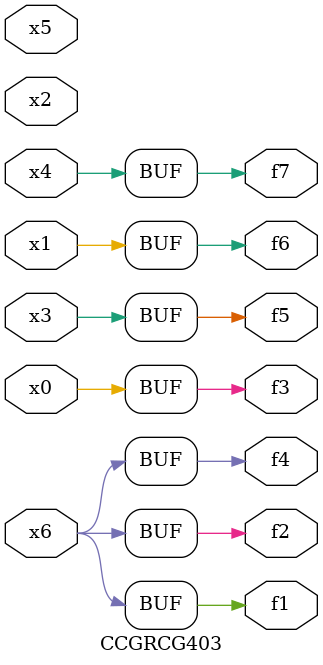
<source format=v>
module CCGRCG403(
	input x0, x1, x2, x3, x4, x5, x6,
	output f1, f2, f3, f4, f5, f6, f7
);
	assign f1 = x6;
	assign f2 = x6;
	assign f3 = x0;
	assign f4 = x6;
	assign f5 = x3;
	assign f6 = x1;
	assign f7 = x4;
endmodule

</source>
